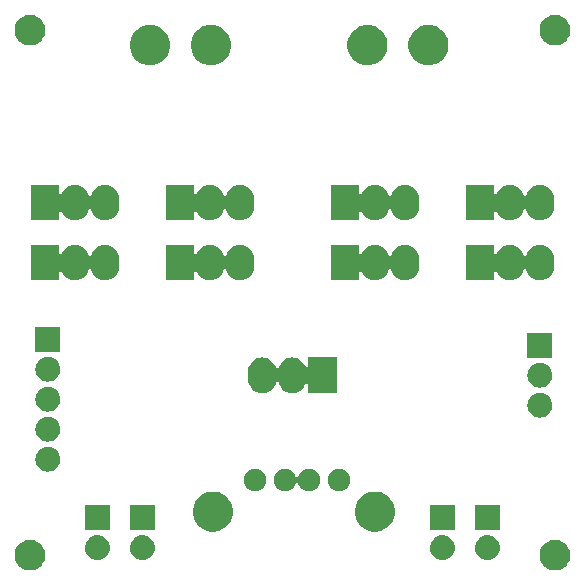
<source format=gbr>
G04 #@! TF.GenerationSoftware,KiCad,Pcbnew,(5.0.1)-4*
G04 #@! TF.CreationDate,2018-11-27T15:03:00-07:00*
G04 #@! TF.ProjectId,robot,726F626F742E6B696361645F70636200,rev?*
G04 #@! TF.SameCoordinates,Original*
G04 #@! TF.FileFunction,Soldermask,Bot*
G04 #@! TF.FilePolarity,Negative*
%FSLAX46Y46*%
G04 Gerber Fmt 4.6, Leading zero omitted, Abs format (unit mm)*
G04 Created by KiCad (PCBNEW (5.0.1)-4) date 11/27/2018 3:03:00 PM*
%MOMM*%
%LPD*%
G01*
G04 APERTURE LIST*
%ADD10C,0.100000*%
G04 APERTURE END LIST*
D10*
G36*
X156589196Y-105429958D02*
X156825780Y-105527954D01*
X157038705Y-105670226D01*
X157219774Y-105851295D01*
X157362046Y-106064220D01*
X157460042Y-106300804D01*
X157510000Y-106551960D01*
X157510000Y-106808040D01*
X157460042Y-107059196D01*
X157362046Y-107295780D01*
X157219774Y-107508705D01*
X157038705Y-107689774D01*
X156825780Y-107832046D01*
X156589196Y-107930042D01*
X156338040Y-107980000D01*
X156081960Y-107980000D01*
X155830804Y-107930042D01*
X155594220Y-107832046D01*
X155381295Y-107689774D01*
X155200226Y-107508705D01*
X155057954Y-107295780D01*
X154959958Y-107059196D01*
X154910000Y-106808040D01*
X154910000Y-106551960D01*
X154959958Y-106300804D01*
X155057954Y-106064220D01*
X155200226Y-105851295D01*
X155381295Y-105670226D01*
X155594220Y-105527954D01*
X155830804Y-105429958D01*
X156081960Y-105380000D01*
X156338040Y-105380000D01*
X156589196Y-105429958D01*
X156589196Y-105429958D01*
G37*
G36*
X112139196Y-105429958D02*
X112375780Y-105527954D01*
X112588705Y-105670226D01*
X112769774Y-105851295D01*
X112912046Y-106064220D01*
X113010042Y-106300804D01*
X113060000Y-106551960D01*
X113060000Y-106808040D01*
X113010042Y-107059196D01*
X112912046Y-107295780D01*
X112769774Y-107508705D01*
X112588705Y-107689774D01*
X112375780Y-107832046D01*
X112139196Y-107930042D01*
X111888040Y-107980000D01*
X111631960Y-107980000D01*
X111380804Y-107930042D01*
X111144220Y-107832046D01*
X110931295Y-107689774D01*
X110750226Y-107508705D01*
X110607954Y-107295780D01*
X110509958Y-107059196D01*
X110460000Y-106808040D01*
X110460000Y-106551960D01*
X110509958Y-106300804D01*
X110607954Y-106064220D01*
X110750226Y-105851295D01*
X110931295Y-105670226D01*
X111144220Y-105527954D01*
X111380804Y-105429958D01*
X111631960Y-105380000D01*
X111888040Y-105380000D01*
X112139196Y-105429958D01*
X112139196Y-105429958D01*
G37*
G36*
X121413707Y-105002596D02*
X121490836Y-105010193D01*
X121622787Y-105050220D01*
X121688763Y-105070233D01*
X121871172Y-105167733D01*
X122031054Y-105298946D01*
X122162267Y-105458828D01*
X122259767Y-105641237D01*
X122279780Y-105707213D01*
X122319807Y-105839164D01*
X122340080Y-106045000D01*
X122319807Y-106250836D01*
X122304649Y-106300804D01*
X122259767Y-106448763D01*
X122162267Y-106631172D01*
X122031054Y-106791054D01*
X121871172Y-106922267D01*
X121688763Y-107019767D01*
X121622787Y-107039780D01*
X121490836Y-107079807D01*
X121413707Y-107087404D01*
X121336580Y-107095000D01*
X121233420Y-107095000D01*
X121156293Y-107087404D01*
X121079164Y-107079807D01*
X120947213Y-107039780D01*
X120881237Y-107019767D01*
X120698828Y-106922267D01*
X120538946Y-106791054D01*
X120407733Y-106631172D01*
X120310233Y-106448763D01*
X120265351Y-106300804D01*
X120250193Y-106250836D01*
X120229920Y-106045000D01*
X120250193Y-105839164D01*
X120290220Y-105707213D01*
X120310233Y-105641237D01*
X120407733Y-105458828D01*
X120538946Y-105298946D01*
X120698828Y-105167733D01*
X120881237Y-105070233D01*
X120947213Y-105050220D01*
X121079164Y-105010193D01*
X121156293Y-105002596D01*
X121233420Y-104995000D01*
X121336580Y-104995000D01*
X121413707Y-105002596D01*
X121413707Y-105002596D01*
G37*
G36*
X117603707Y-105002596D02*
X117680836Y-105010193D01*
X117812787Y-105050220D01*
X117878763Y-105070233D01*
X118061172Y-105167733D01*
X118221054Y-105298946D01*
X118352267Y-105458828D01*
X118449767Y-105641237D01*
X118469780Y-105707213D01*
X118509807Y-105839164D01*
X118530080Y-106045000D01*
X118509807Y-106250836D01*
X118494649Y-106300804D01*
X118449767Y-106448763D01*
X118352267Y-106631172D01*
X118221054Y-106791054D01*
X118061172Y-106922267D01*
X117878763Y-107019767D01*
X117812787Y-107039780D01*
X117680836Y-107079807D01*
X117603707Y-107087404D01*
X117526580Y-107095000D01*
X117423420Y-107095000D01*
X117346293Y-107087404D01*
X117269164Y-107079807D01*
X117137213Y-107039780D01*
X117071237Y-107019767D01*
X116888828Y-106922267D01*
X116728946Y-106791054D01*
X116597733Y-106631172D01*
X116500233Y-106448763D01*
X116455351Y-106300804D01*
X116440193Y-106250836D01*
X116419920Y-106045000D01*
X116440193Y-105839164D01*
X116480220Y-105707213D01*
X116500233Y-105641237D01*
X116597733Y-105458828D01*
X116728946Y-105298946D01*
X116888828Y-105167733D01*
X117071237Y-105070233D01*
X117137213Y-105050220D01*
X117269164Y-105010193D01*
X117346293Y-105002596D01*
X117423420Y-104995000D01*
X117526580Y-104995000D01*
X117603707Y-105002596D01*
X117603707Y-105002596D01*
G37*
G36*
X146813707Y-105002596D02*
X146890836Y-105010193D01*
X147022787Y-105050220D01*
X147088763Y-105070233D01*
X147271172Y-105167733D01*
X147431054Y-105298946D01*
X147562267Y-105458828D01*
X147659767Y-105641237D01*
X147679780Y-105707213D01*
X147719807Y-105839164D01*
X147740080Y-106045000D01*
X147719807Y-106250836D01*
X147704649Y-106300804D01*
X147659767Y-106448763D01*
X147562267Y-106631172D01*
X147431054Y-106791054D01*
X147271172Y-106922267D01*
X147088763Y-107019767D01*
X147022787Y-107039780D01*
X146890836Y-107079807D01*
X146813707Y-107087404D01*
X146736580Y-107095000D01*
X146633420Y-107095000D01*
X146556293Y-107087404D01*
X146479164Y-107079807D01*
X146347213Y-107039780D01*
X146281237Y-107019767D01*
X146098828Y-106922267D01*
X145938946Y-106791054D01*
X145807733Y-106631172D01*
X145710233Y-106448763D01*
X145665351Y-106300804D01*
X145650193Y-106250836D01*
X145629920Y-106045000D01*
X145650193Y-105839164D01*
X145690220Y-105707213D01*
X145710233Y-105641237D01*
X145807733Y-105458828D01*
X145938946Y-105298946D01*
X146098828Y-105167733D01*
X146281237Y-105070233D01*
X146347213Y-105050220D01*
X146479164Y-105010193D01*
X146556293Y-105002596D01*
X146633420Y-104995000D01*
X146736580Y-104995000D01*
X146813707Y-105002596D01*
X146813707Y-105002596D01*
G37*
G36*
X150623707Y-105002596D02*
X150700836Y-105010193D01*
X150832787Y-105050220D01*
X150898763Y-105070233D01*
X151081172Y-105167733D01*
X151241054Y-105298946D01*
X151372267Y-105458828D01*
X151469767Y-105641237D01*
X151489780Y-105707213D01*
X151529807Y-105839164D01*
X151550080Y-106045000D01*
X151529807Y-106250836D01*
X151514649Y-106300804D01*
X151469767Y-106448763D01*
X151372267Y-106631172D01*
X151241054Y-106791054D01*
X151081172Y-106922267D01*
X150898763Y-107019767D01*
X150832787Y-107039780D01*
X150700836Y-107079807D01*
X150623707Y-107087404D01*
X150546580Y-107095000D01*
X150443420Y-107095000D01*
X150366293Y-107087404D01*
X150289164Y-107079807D01*
X150157213Y-107039780D01*
X150091237Y-107019767D01*
X149908828Y-106922267D01*
X149748946Y-106791054D01*
X149617733Y-106631172D01*
X149520233Y-106448763D01*
X149475351Y-106300804D01*
X149460193Y-106250836D01*
X149439920Y-106045000D01*
X149460193Y-105839164D01*
X149500220Y-105707213D01*
X149520233Y-105641237D01*
X149617733Y-105458828D01*
X149748946Y-105298946D01*
X149908828Y-105167733D01*
X150091237Y-105070233D01*
X150157213Y-105050220D01*
X150289164Y-105010193D01*
X150366293Y-105002596D01*
X150443420Y-104995000D01*
X150546580Y-104995000D01*
X150623707Y-105002596D01*
X150623707Y-105002596D01*
G37*
G36*
X127636393Y-101343553D02*
X127745872Y-101365330D01*
X128055252Y-101493479D01*
X128333687Y-101679523D01*
X128570477Y-101916313D01*
X128756521Y-102194748D01*
X128884670Y-102504128D01*
X128950000Y-102832565D01*
X128950000Y-103167435D01*
X128884670Y-103495872D01*
X128756521Y-103805252D01*
X128570477Y-104083687D01*
X128333687Y-104320477D01*
X128055252Y-104506521D01*
X127745872Y-104634670D01*
X127636393Y-104656447D01*
X127417437Y-104700000D01*
X127082563Y-104700000D01*
X126863607Y-104656447D01*
X126754128Y-104634670D01*
X126444748Y-104506521D01*
X126166313Y-104320477D01*
X125929523Y-104083687D01*
X125743479Y-103805252D01*
X125615330Y-103495872D01*
X125550000Y-103167435D01*
X125550000Y-102832565D01*
X125615330Y-102504128D01*
X125743479Y-102194748D01*
X125929523Y-101916313D01*
X126166313Y-101679523D01*
X126444748Y-101493479D01*
X126754128Y-101365330D01*
X126863607Y-101343553D01*
X127082563Y-101300000D01*
X127417437Y-101300000D01*
X127636393Y-101343553D01*
X127636393Y-101343553D01*
G37*
G36*
X141356393Y-101343553D02*
X141465872Y-101365330D01*
X141775252Y-101493479D01*
X142053687Y-101679523D01*
X142290477Y-101916313D01*
X142476521Y-102194748D01*
X142604670Y-102504128D01*
X142670000Y-102832565D01*
X142670000Y-103167435D01*
X142604670Y-103495872D01*
X142476521Y-103805252D01*
X142290477Y-104083687D01*
X142053687Y-104320477D01*
X141775252Y-104506521D01*
X141465872Y-104634670D01*
X141356393Y-104656447D01*
X141137437Y-104700000D01*
X140802563Y-104700000D01*
X140583607Y-104656447D01*
X140474128Y-104634670D01*
X140164748Y-104506521D01*
X139886313Y-104320477D01*
X139649523Y-104083687D01*
X139463479Y-103805252D01*
X139335330Y-103495872D01*
X139270000Y-103167435D01*
X139270000Y-102832565D01*
X139335330Y-102504128D01*
X139463479Y-102194748D01*
X139649523Y-101916313D01*
X139886313Y-101679523D01*
X140164748Y-101493479D01*
X140474128Y-101365330D01*
X140583607Y-101343553D01*
X140802563Y-101300000D01*
X141137437Y-101300000D01*
X141356393Y-101343553D01*
X141356393Y-101343553D01*
G37*
G36*
X122335000Y-104555000D02*
X120235000Y-104555000D01*
X120235000Y-102455000D01*
X122335000Y-102455000D01*
X122335000Y-104555000D01*
X122335000Y-104555000D01*
G37*
G36*
X118525000Y-104555000D02*
X116425000Y-104555000D01*
X116425000Y-102455000D01*
X118525000Y-102455000D01*
X118525000Y-104555000D01*
X118525000Y-104555000D01*
G37*
G36*
X151545000Y-104555000D02*
X149445000Y-104555000D01*
X149445000Y-102455000D01*
X151545000Y-102455000D01*
X151545000Y-104555000D01*
X151545000Y-104555000D01*
G37*
G36*
X147735000Y-104555000D02*
X145635000Y-104555000D01*
X145635000Y-102455000D01*
X147735000Y-102455000D01*
X147735000Y-104555000D01*
X147735000Y-104555000D01*
G37*
G36*
X130949451Y-99389127D02*
X131087105Y-99416508D01*
X131259994Y-99488121D01*
X131415590Y-99592087D01*
X131547913Y-99724410D01*
X131651879Y-99880006D01*
X131723492Y-100052895D01*
X131760000Y-100236433D01*
X131760000Y-100423567D01*
X131723492Y-100607105D01*
X131651879Y-100779994D01*
X131547913Y-100935590D01*
X131415590Y-101067913D01*
X131259994Y-101171879D01*
X131087105Y-101243492D01*
X130949451Y-101270873D01*
X130903568Y-101280000D01*
X130716432Y-101280000D01*
X130670549Y-101270873D01*
X130532895Y-101243492D01*
X130360006Y-101171879D01*
X130204410Y-101067913D01*
X130072087Y-100935590D01*
X129968121Y-100779994D01*
X129896508Y-100607105D01*
X129860000Y-100423567D01*
X129860000Y-100236433D01*
X129896508Y-100052895D01*
X129968121Y-99880006D01*
X130072087Y-99724410D01*
X130204410Y-99592087D01*
X130360006Y-99488121D01*
X130532895Y-99416508D01*
X130670549Y-99389127D01*
X130716432Y-99380000D01*
X130903568Y-99380000D01*
X130949451Y-99389127D01*
X130949451Y-99389127D01*
G37*
G36*
X133489451Y-99389127D02*
X133627105Y-99416508D01*
X133799994Y-99488121D01*
X133955590Y-99592087D01*
X134087913Y-99724410D01*
X134191879Y-99880006D01*
X134249518Y-100019158D01*
X134261067Y-100040764D01*
X134276612Y-100059706D01*
X134295554Y-100075251D01*
X134317165Y-100086802D01*
X134340614Y-100093915D01*
X134365000Y-100096317D01*
X134389387Y-100093915D01*
X134412836Y-100086802D01*
X134434447Y-100075250D01*
X134453389Y-100059705D01*
X134468934Y-100040763D01*
X134480482Y-100019158D01*
X134538121Y-99880006D01*
X134642087Y-99724410D01*
X134774410Y-99592087D01*
X134930006Y-99488121D01*
X135102895Y-99416508D01*
X135240549Y-99389127D01*
X135286432Y-99380000D01*
X135473568Y-99380000D01*
X135519451Y-99389127D01*
X135657105Y-99416508D01*
X135829994Y-99488121D01*
X135985590Y-99592087D01*
X136117913Y-99724410D01*
X136221879Y-99880006D01*
X136293492Y-100052895D01*
X136330000Y-100236433D01*
X136330000Y-100423567D01*
X136293492Y-100607105D01*
X136221879Y-100779994D01*
X136117913Y-100935590D01*
X135985590Y-101067913D01*
X135829994Y-101171879D01*
X135657105Y-101243492D01*
X135519451Y-101270873D01*
X135473568Y-101280000D01*
X135286432Y-101280000D01*
X135240549Y-101270873D01*
X135102895Y-101243492D01*
X134930006Y-101171879D01*
X134774410Y-101067913D01*
X134642087Y-100935590D01*
X134538121Y-100779994D01*
X134480482Y-100640842D01*
X134468933Y-100619236D01*
X134453388Y-100600294D01*
X134434446Y-100584749D01*
X134412835Y-100573198D01*
X134389386Y-100566085D01*
X134365000Y-100563683D01*
X134340613Y-100566085D01*
X134317164Y-100573198D01*
X134295553Y-100584750D01*
X134276611Y-100600295D01*
X134261066Y-100619237D01*
X134249518Y-100640842D01*
X134191879Y-100779994D01*
X134087913Y-100935590D01*
X133955590Y-101067913D01*
X133799994Y-101171879D01*
X133627105Y-101243492D01*
X133489451Y-101270873D01*
X133443568Y-101280000D01*
X133256432Y-101280000D01*
X133210549Y-101270873D01*
X133072895Y-101243492D01*
X132900006Y-101171879D01*
X132744410Y-101067913D01*
X132612087Y-100935590D01*
X132508121Y-100779994D01*
X132436508Y-100607105D01*
X132400000Y-100423567D01*
X132400000Y-100236433D01*
X132436508Y-100052895D01*
X132508121Y-99880006D01*
X132612087Y-99724410D01*
X132744410Y-99592087D01*
X132900006Y-99488121D01*
X133072895Y-99416508D01*
X133210549Y-99389127D01*
X133256432Y-99380000D01*
X133443568Y-99380000D01*
X133489451Y-99389127D01*
X133489451Y-99389127D01*
G37*
G36*
X138059451Y-99389127D02*
X138197105Y-99416508D01*
X138369994Y-99488121D01*
X138525590Y-99592087D01*
X138657913Y-99724410D01*
X138761879Y-99880006D01*
X138833492Y-100052895D01*
X138870000Y-100236433D01*
X138870000Y-100423567D01*
X138833492Y-100607105D01*
X138761879Y-100779994D01*
X138657913Y-100935590D01*
X138525590Y-101067913D01*
X138369994Y-101171879D01*
X138197105Y-101243492D01*
X138059451Y-101270873D01*
X138013568Y-101280000D01*
X137826432Y-101280000D01*
X137780549Y-101270873D01*
X137642895Y-101243492D01*
X137470006Y-101171879D01*
X137314410Y-101067913D01*
X137182087Y-100935590D01*
X137078121Y-100779994D01*
X137006508Y-100607105D01*
X136970000Y-100423567D01*
X136970000Y-100236433D01*
X137006508Y-100052895D01*
X137078121Y-99880006D01*
X137182087Y-99724410D01*
X137314410Y-99592087D01*
X137470006Y-99488121D01*
X137642895Y-99416508D01*
X137780549Y-99389127D01*
X137826432Y-99380000D01*
X138013568Y-99380000D01*
X138059451Y-99389127D01*
X138059451Y-99389127D01*
G37*
G36*
X113412707Y-97509596D02*
X113489836Y-97517193D01*
X113621787Y-97557220D01*
X113687763Y-97577233D01*
X113870172Y-97674733D01*
X114030054Y-97805946D01*
X114161267Y-97965828D01*
X114258767Y-98148237D01*
X114258767Y-98148238D01*
X114318807Y-98346164D01*
X114339080Y-98552000D01*
X114318807Y-98757836D01*
X114278780Y-98889787D01*
X114258767Y-98955763D01*
X114161267Y-99138172D01*
X114030054Y-99298054D01*
X113870172Y-99429267D01*
X113687763Y-99526767D01*
X113621787Y-99546780D01*
X113489836Y-99586807D01*
X113412707Y-99594403D01*
X113335580Y-99602000D01*
X113232420Y-99602000D01*
X113155293Y-99594403D01*
X113078164Y-99586807D01*
X112946213Y-99546780D01*
X112880237Y-99526767D01*
X112697828Y-99429267D01*
X112537946Y-99298054D01*
X112406733Y-99138172D01*
X112309233Y-98955763D01*
X112289220Y-98889787D01*
X112249193Y-98757836D01*
X112228920Y-98552000D01*
X112249193Y-98346164D01*
X112309233Y-98148238D01*
X112309233Y-98148237D01*
X112406733Y-97965828D01*
X112537946Y-97805946D01*
X112697828Y-97674733D01*
X112880237Y-97577233D01*
X112946213Y-97557220D01*
X113078164Y-97517193D01*
X113155293Y-97509596D01*
X113232420Y-97502000D01*
X113335580Y-97502000D01*
X113412707Y-97509596D01*
X113412707Y-97509596D01*
G37*
G36*
X113412707Y-94969596D02*
X113489836Y-94977193D01*
X113613833Y-95014807D01*
X113687763Y-95037233D01*
X113870172Y-95134733D01*
X114030054Y-95265946D01*
X114161267Y-95425828D01*
X114258767Y-95608237D01*
X114258767Y-95608238D01*
X114318807Y-95806164D01*
X114339080Y-96012000D01*
X114318807Y-96217836D01*
X114278780Y-96349787D01*
X114258767Y-96415763D01*
X114161267Y-96598172D01*
X114030054Y-96758054D01*
X113870172Y-96889267D01*
X113687763Y-96986767D01*
X113621787Y-97006780D01*
X113489836Y-97046807D01*
X113412707Y-97054403D01*
X113335580Y-97062000D01*
X113232420Y-97062000D01*
X113155293Y-97054403D01*
X113078164Y-97046807D01*
X112946213Y-97006780D01*
X112880237Y-96986767D01*
X112697828Y-96889267D01*
X112537946Y-96758054D01*
X112406733Y-96598172D01*
X112309233Y-96415763D01*
X112289220Y-96349787D01*
X112249193Y-96217836D01*
X112228920Y-96012000D01*
X112249193Y-95806164D01*
X112309233Y-95608238D01*
X112309233Y-95608237D01*
X112406733Y-95425828D01*
X112537946Y-95265946D01*
X112697828Y-95134733D01*
X112880237Y-95037233D01*
X112954167Y-95014807D01*
X113078164Y-94977193D01*
X113155293Y-94969596D01*
X113232420Y-94962000D01*
X113335580Y-94962000D01*
X113412707Y-94969596D01*
X113412707Y-94969596D01*
G37*
G36*
X155068707Y-92937596D02*
X155145836Y-92945193D01*
X155277787Y-92985220D01*
X155343763Y-93005233D01*
X155526172Y-93102733D01*
X155686054Y-93233946D01*
X155817267Y-93393828D01*
X155914767Y-93576237D01*
X155914767Y-93576238D01*
X155974807Y-93774164D01*
X155995080Y-93980000D01*
X155974807Y-94185836D01*
X155934780Y-94317787D01*
X155914767Y-94383763D01*
X155817267Y-94566172D01*
X155686054Y-94726054D01*
X155526172Y-94857267D01*
X155343763Y-94954767D01*
X155277787Y-94974780D01*
X155145836Y-95014807D01*
X155068707Y-95022403D01*
X154991580Y-95030000D01*
X154888420Y-95030000D01*
X154811293Y-95022403D01*
X154734164Y-95014807D01*
X154602213Y-94974780D01*
X154536237Y-94954767D01*
X154353828Y-94857267D01*
X154193946Y-94726054D01*
X154062733Y-94566172D01*
X153965233Y-94383763D01*
X153945220Y-94317787D01*
X153905193Y-94185836D01*
X153884920Y-93980000D01*
X153905193Y-93774164D01*
X153965233Y-93576238D01*
X153965233Y-93576237D01*
X154062733Y-93393828D01*
X154193946Y-93233946D01*
X154353828Y-93102733D01*
X154536237Y-93005233D01*
X154602213Y-92985220D01*
X154734164Y-92945193D01*
X154811293Y-92937596D01*
X154888420Y-92930000D01*
X154991580Y-92930000D01*
X155068707Y-92937596D01*
X155068707Y-92937596D01*
G37*
G36*
X113412707Y-92429597D02*
X113489836Y-92437193D01*
X113613833Y-92474807D01*
X113687763Y-92497233D01*
X113870172Y-92594733D01*
X114030054Y-92725946D01*
X114161267Y-92885828D01*
X114258767Y-93068237D01*
X114258767Y-93068238D01*
X114318807Y-93266164D01*
X114339080Y-93472000D01*
X114318807Y-93677836D01*
X114289586Y-93774164D01*
X114258767Y-93875763D01*
X114161267Y-94058172D01*
X114030054Y-94218054D01*
X113870172Y-94349267D01*
X113687763Y-94446767D01*
X113621787Y-94466780D01*
X113489836Y-94506807D01*
X113412707Y-94514403D01*
X113335580Y-94522000D01*
X113232420Y-94522000D01*
X113155293Y-94514403D01*
X113078164Y-94506807D01*
X112946213Y-94466780D01*
X112880237Y-94446767D01*
X112697828Y-94349267D01*
X112537946Y-94218054D01*
X112406733Y-94058172D01*
X112309233Y-93875763D01*
X112278414Y-93774164D01*
X112249193Y-93677836D01*
X112228920Y-93472000D01*
X112249193Y-93266164D01*
X112309233Y-93068238D01*
X112309233Y-93068237D01*
X112406733Y-92885828D01*
X112537946Y-92725946D01*
X112697828Y-92594733D01*
X112880237Y-92497233D01*
X112954167Y-92474807D01*
X113078164Y-92437193D01*
X113155293Y-92429597D01*
X113232420Y-92422000D01*
X113335580Y-92422000D01*
X113412707Y-92429597D01*
X113412707Y-92429597D01*
G37*
G36*
X134220241Y-89957363D02*
X134446442Y-90025981D01*
X134446444Y-90025982D01*
X134446447Y-90025983D01*
X134654910Y-90137408D01*
X134837634Y-90287366D01*
X134987592Y-90470090D01*
X135089760Y-90661234D01*
X135103374Y-90681609D01*
X135120701Y-90698936D01*
X135141075Y-90712550D01*
X135163714Y-90721927D01*
X135187748Y-90726708D01*
X135212252Y-90726708D01*
X135236285Y-90721928D01*
X135258924Y-90712550D01*
X135279299Y-90698936D01*
X135296626Y-90681609D01*
X135310240Y-90661235D01*
X135319617Y-90638596D01*
X135324398Y-90614562D01*
X135325000Y-90602310D01*
X135325000Y-89940000D01*
X137725000Y-89940000D01*
X137725000Y-92940000D01*
X135325000Y-92940000D01*
X135325000Y-92277690D01*
X135322598Y-92253304D01*
X135315485Y-92229855D01*
X135303934Y-92208244D01*
X135288388Y-92189302D01*
X135269446Y-92173756D01*
X135247835Y-92162205D01*
X135224386Y-92155092D01*
X135200000Y-92152690D01*
X135175614Y-92155092D01*
X135152165Y-92162205D01*
X135130554Y-92173756D01*
X135111612Y-92189302D01*
X135096066Y-92208244D01*
X135089760Y-92218766D01*
X134987592Y-92409910D01*
X134837637Y-92592631D01*
X134837635Y-92592632D01*
X134837634Y-92592634D01*
X134837630Y-92592637D01*
X134654905Y-92742594D01*
X134446446Y-92854017D01*
X134446443Y-92854018D01*
X134446441Y-92854019D01*
X134220240Y-92922637D01*
X133985000Y-92945806D01*
X133749759Y-92922637D01*
X133523558Y-92854019D01*
X133523556Y-92854018D01*
X133523553Y-92854017D01*
X133315090Y-92742592D01*
X133132369Y-92592637D01*
X133132368Y-92592635D01*
X133132366Y-92592634D01*
X132982409Y-92409909D01*
X132982408Y-92409908D01*
X132982406Y-92409905D01*
X132870980Y-92201441D01*
X132834617Y-92081568D01*
X132825240Y-92058929D01*
X132811626Y-92038555D01*
X132794299Y-92021228D01*
X132773924Y-92007614D01*
X132751285Y-91998236D01*
X132727252Y-91993456D01*
X132702748Y-91993456D01*
X132678714Y-91998237D01*
X132656075Y-92007614D01*
X132635701Y-92021228D01*
X132618374Y-92038555D01*
X132604760Y-92058930D01*
X132595384Y-92081565D01*
X132595383Y-92081568D01*
X132595382Y-92081569D01*
X132559018Y-92201446D01*
X132447592Y-92409910D01*
X132297637Y-92592631D01*
X132297635Y-92592632D01*
X132297634Y-92592634D01*
X132297630Y-92592637D01*
X132114905Y-92742594D01*
X131906446Y-92854017D01*
X131906443Y-92854018D01*
X131906441Y-92854019D01*
X131680240Y-92922637D01*
X131445000Y-92945806D01*
X131209759Y-92922637D01*
X130983558Y-92854019D01*
X130983556Y-92854018D01*
X130983553Y-92854017D01*
X130775090Y-92742592D01*
X130592369Y-92592637D01*
X130592368Y-92592635D01*
X130592366Y-92592634D01*
X130442409Y-92409909D01*
X130442408Y-92409908D01*
X130442406Y-92409905D01*
X130330983Y-92201446D01*
X130327299Y-92189302D01*
X130262363Y-91975240D01*
X130245000Y-91798949D01*
X130245000Y-91081050D01*
X130262363Y-90904759D01*
X130330981Y-90678558D01*
X130330983Y-90678554D01*
X130330983Y-90678553D01*
X130442408Y-90470090D01*
X130592367Y-90287366D01*
X130775091Y-90137408D01*
X130983554Y-90025983D01*
X130983557Y-90025982D01*
X130983559Y-90025981D01*
X131209760Y-89957363D01*
X131445000Y-89934194D01*
X131680241Y-89957363D01*
X131906442Y-90025981D01*
X131906444Y-90025982D01*
X131906447Y-90025983D01*
X132114910Y-90137408D01*
X132297634Y-90287366D01*
X132447592Y-90470090D01*
X132559018Y-90678554D01*
X132595382Y-90798431D01*
X132604760Y-90821071D01*
X132618374Y-90841445D01*
X132635701Y-90858772D01*
X132656075Y-90872386D01*
X132678714Y-90881764D01*
X132702748Y-90886544D01*
X132727252Y-90886544D01*
X132751285Y-90881764D01*
X132773925Y-90872386D01*
X132794299Y-90858772D01*
X132811626Y-90841445D01*
X132825240Y-90821071D01*
X132834618Y-90798431D01*
X132870982Y-90678554D01*
X132982408Y-90470090D01*
X133132367Y-90287366D01*
X133315091Y-90137408D01*
X133523554Y-90025983D01*
X133523557Y-90025982D01*
X133523559Y-90025981D01*
X133749760Y-89957363D01*
X133985000Y-89934194D01*
X134220241Y-89957363D01*
X134220241Y-89957363D01*
G37*
G36*
X155068707Y-90397597D02*
X155145836Y-90405193D01*
X155277787Y-90445220D01*
X155343763Y-90465233D01*
X155526172Y-90562733D01*
X155686054Y-90693946D01*
X155817267Y-90853828D01*
X155914767Y-91036237D01*
X155914767Y-91036238D01*
X155974807Y-91234164D01*
X155995080Y-91440000D01*
X155974807Y-91645836D01*
X155934780Y-91777787D01*
X155914767Y-91843763D01*
X155817267Y-92026172D01*
X155686054Y-92186054D01*
X155526172Y-92317267D01*
X155343763Y-92414767D01*
X155277787Y-92434780D01*
X155145836Y-92474807D01*
X155068707Y-92482403D01*
X154991580Y-92490000D01*
X154888420Y-92490000D01*
X154811293Y-92482404D01*
X154734164Y-92474807D01*
X154602213Y-92434780D01*
X154536237Y-92414767D01*
X154353828Y-92317267D01*
X154193946Y-92186054D01*
X154062733Y-92026172D01*
X153965233Y-91843763D01*
X153945220Y-91777787D01*
X153905193Y-91645836D01*
X153884920Y-91440000D01*
X153905193Y-91234164D01*
X153965233Y-91036238D01*
X153965233Y-91036237D01*
X154062733Y-90853828D01*
X154193946Y-90693946D01*
X154353828Y-90562733D01*
X154536237Y-90465233D01*
X154602213Y-90445220D01*
X154734164Y-90405193D01*
X154811293Y-90397597D01*
X154888420Y-90390000D01*
X154991580Y-90390000D01*
X155068707Y-90397597D01*
X155068707Y-90397597D01*
G37*
G36*
X113412707Y-89889596D02*
X113489836Y-89897193D01*
X113611812Y-89934194D01*
X113687763Y-89957233D01*
X113870172Y-90054733D01*
X114030054Y-90185946D01*
X114161267Y-90345828D01*
X114258767Y-90528237D01*
X114258767Y-90528238D01*
X114318807Y-90726164D01*
X114339080Y-90932000D01*
X114318807Y-91137836D01*
X114289586Y-91234164D01*
X114258767Y-91335763D01*
X114161267Y-91518172D01*
X114030054Y-91678054D01*
X113870172Y-91809267D01*
X113687763Y-91906767D01*
X113621787Y-91926780D01*
X113489836Y-91966807D01*
X113412707Y-91974403D01*
X113335580Y-91982000D01*
X113232420Y-91982000D01*
X113155293Y-91974403D01*
X113078164Y-91966807D01*
X112946213Y-91926780D01*
X112880237Y-91906767D01*
X112697828Y-91809267D01*
X112537946Y-91678054D01*
X112406733Y-91518172D01*
X112309233Y-91335763D01*
X112278414Y-91234164D01*
X112249193Y-91137836D01*
X112228920Y-90932000D01*
X112249193Y-90726164D01*
X112309233Y-90528238D01*
X112309233Y-90528237D01*
X112406733Y-90345828D01*
X112537946Y-90185946D01*
X112697828Y-90054733D01*
X112880237Y-89957233D01*
X112956188Y-89934194D01*
X113078164Y-89897193D01*
X113155293Y-89889596D01*
X113232420Y-89882000D01*
X113335580Y-89882000D01*
X113412707Y-89889596D01*
X113412707Y-89889596D01*
G37*
G36*
X155990000Y-89950000D02*
X153890000Y-89950000D01*
X153890000Y-87850000D01*
X155990000Y-87850000D01*
X155990000Y-89950000D01*
X155990000Y-89950000D01*
G37*
G36*
X114334000Y-89442000D02*
X112234000Y-89442000D01*
X112234000Y-87342000D01*
X114334000Y-87342000D01*
X114334000Y-89442000D01*
X114334000Y-89442000D01*
G37*
G36*
X129775240Y-80432363D02*
X130001441Y-80500981D01*
X130001443Y-80500982D01*
X130001446Y-80500983D01*
X130209905Y-80612406D01*
X130209908Y-80612408D01*
X130209909Y-80612409D01*
X130392634Y-80762366D01*
X130392635Y-80762368D01*
X130392637Y-80762369D01*
X130542592Y-80945090D01*
X130654017Y-81153553D01*
X130654017Y-81153554D01*
X130654019Y-81153558D01*
X130722637Y-81379759D01*
X130740000Y-81556050D01*
X130740000Y-82273949D01*
X130722637Y-82450240D01*
X130697250Y-82533929D01*
X130654018Y-82676446D01*
X130542592Y-82884910D01*
X130392634Y-83067634D01*
X130209910Y-83217592D01*
X130001447Y-83329017D01*
X130001444Y-83329018D01*
X130001442Y-83329019D01*
X129775241Y-83397637D01*
X129540000Y-83420806D01*
X129304760Y-83397637D01*
X129078559Y-83329019D01*
X129078557Y-83329018D01*
X129078554Y-83329017D01*
X128870091Y-83217592D01*
X128687367Y-83067634D01*
X128537408Y-82884910D01*
X128425982Y-82676446D01*
X128389618Y-82556569D01*
X128380240Y-82533929D01*
X128366626Y-82513555D01*
X128349299Y-82496228D01*
X128328925Y-82482614D01*
X128306286Y-82473236D01*
X128282252Y-82468456D01*
X128257748Y-82468456D01*
X128233715Y-82473236D01*
X128211075Y-82482614D01*
X128190701Y-82496228D01*
X128173374Y-82513555D01*
X128159760Y-82533929D01*
X128150382Y-82556569D01*
X128114018Y-82676446D01*
X128002592Y-82884910D01*
X127852634Y-83067634D01*
X127669910Y-83217592D01*
X127461447Y-83329017D01*
X127461444Y-83329018D01*
X127461442Y-83329019D01*
X127235241Y-83397637D01*
X127000000Y-83420806D01*
X126764760Y-83397637D01*
X126538559Y-83329019D01*
X126538557Y-83329018D01*
X126538554Y-83329017D01*
X126330091Y-83217592D01*
X126147367Y-83067634D01*
X125997408Y-82884910D01*
X125895240Y-82693766D01*
X125881626Y-82673391D01*
X125864299Y-82656064D01*
X125843925Y-82642450D01*
X125821286Y-82633073D01*
X125797252Y-82628292D01*
X125772748Y-82628292D01*
X125748715Y-82633072D01*
X125726076Y-82642450D01*
X125705701Y-82656064D01*
X125688374Y-82673391D01*
X125674760Y-82693765D01*
X125665383Y-82716404D01*
X125660602Y-82740438D01*
X125660000Y-82752690D01*
X125660000Y-83415000D01*
X123260000Y-83415000D01*
X123260000Y-80415000D01*
X125660000Y-80415000D01*
X125660000Y-81077311D01*
X125662402Y-81101697D01*
X125669515Y-81125146D01*
X125681066Y-81146757D01*
X125696612Y-81165699D01*
X125715554Y-81181245D01*
X125737165Y-81192796D01*
X125760614Y-81199909D01*
X125785000Y-81202311D01*
X125809386Y-81199909D01*
X125832835Y-81192796D01*
X125854446Y-81181245D01*
X125873388Y-81165699D01*
X125888934Y-81146757D01*
X125895240Y-81136235D01*
X125997406Y-80945095D01*
X126147364Y-80762369D01*
X126147366Y-80762366D01*
X126147368Y-80762365D01*
X126147369Y-80762363D01*
X126330090Y-80612408D01*
X126538553Y-80500983D01*
X126538556Y-80500982D01*
X126538558Y-80500981D01*
X126764759Y-80432363D01*
X127000000Y-80409194D01*
X127235240Y-80432363D01*
X127461441Y-80500981D01*
X127461443Y-80500982D01*
X127461446Y-80500983D01*
X127669905Y-80612406D01*
X127669908Y-80612408D01*
X127669909Y-80612409D01*
X127852634Y-80762366D01*
X127852635Y-80762368D01*
X127852637Y-80762369D01*
X128002592Y-80945090D01*
X128114018Y-81153554D01*
X128117702Y-81165699D01*
X128150384Y-81273435D01*
X128159760Y-81296071D01*
X128173374Y-81316445D01*
X128190701Y-81333772D01*
X128211075Y-81347386D01*
X128233714Y-81356764D01*
X128257748Y-81361544D01*
X128282252Y-81361544D01*
X128306285Y-81356764D01*
X128328925Y-81347386D01*
X128349299Y-81333772D01*
X128366626Y-81316445D01*
X128380240Y-81296071D01*
X128389617Y-81273432D01*
X128425980Y-81153559D01*
X128537406Y-80945095D01*
X128687364Y-80762369D01*
X128687366Y-80762366D01*
X128687368Y-80762365D01*
X128687369Y-80762363D01*
X128870090Y-80612408D01*
X129078553Y-80500983D01*
X129078556Y-80500982D01*
X129078558Y-80500981D01*
X129304759Y-80432363D01*
X129540000Y-80409194D01*
X129775240Y-80432363D01*
X129775240Y-80432363D01*
G37*
G36*
X118345240Y-80432363D02*
X118571441Y-80500981D01*
X118571443Y-80500982D01*
X118571446Y-80500983D01*
X118779905Y-80612406D01*
X118779908Y-80612408D01*
X118779909Y-80612409D01*
X118962634Y-80762366D01*
X118962635Y-80762368D01*
X118962637Y-80762369D01*
X119112592Y-80945090D01*
X119224017Y-81153553D01*
X119224017Y-81153554D01*
X119224019Y-81153558D01*
X119292637Y-81379759D01*
X119310000Y-81556050D01*
X119310000Y-82273949D01*
X119292637Y-82450240D01*
X119267250Y-82533929D01*
X119224018Y-82676446D01*
X119112592Y-82884910D01*
X118962634Y-83067634D01*
X118779910Y-83217592D01*
X118571447Y-83329017D01*
X118571444Y-83329018D01*
X118571442Y-83329019D01*
X118345241Y-83397637D01*
X118110000Y-83420806D01*
X117874760Y-83397637D01*
X117648559Y-83329019D01*
X117648557Y-83329018D01*
X117648554Y-83329017D01*
X117440091Y-83217592D01*
X117257367Y-83067634D01*
X117107408Y-82884910D01*
X116995982Y-82676446D01*
X116959618Y-82556569D01*
X116950240Y-82533929D01*
X116936626Y-82513555D01*
X116919299Y-82496228D01*
X116898925Y-82482614D01*
X116876286Y-82473236D01*
X116852252Y-82468456D01*
X116827748Y-82468456D01*
X116803715Y-82473236D01*
X116781075Y-82482614D01*
X116760701Y-82496228D01*
X116743374Y-82513555D01*
X116729760Y-82533929D01*
X116720382Y-82556569D01*
X116684018Y-82676446D01*
X116572592Y-82884910D01*
X116422634Y-83067634D01*
X116239910Y-83217592D01*
X116031447Y-83329017D01*
X116031444Y-83329018D01*
X116031442Y-83329019D01*
X115805241Y-83397637D01*
X115570000Y-83420806D01*
X115334760Y-83397637D01*
X115108559Y-83329019D01*
X115108557Y-83329018D01*
X115108554Y-83329017D01*
X114900091Y-83217592D01*
X114717367Y-83067634D01*
X114567408Y-82884910D01*
X114465240Y-82693766D01*
X114451626Y-82673391D01*
X114434299Y-82656064D01*
X114413925Y-82642450D01*
X114391286Y-82633073D01*
X114367252Y-82628292D01*
X114342748Y-82628292D01*
X114318715Y-82633072D01*
X114296076Y-82642450D01*
X114275701Y-82656064D01*
X114258374Y-82673391D01*
X114244760Y-82693765D01*
X114235383Y-82716404D01*
X114230602Y-82740438D01*
X114230000Y-82752690D01*
X114230000Y-83415000D01*
X111830000Y-83415000D01*
X111830000Y-80415000D01*
X114230000Y-80415000D01*
X114230000Y-81077311D01*
X114232402Y-81101697D01*
X114239515Y-81125146D01*
X114251066Y-81146757D01*
X114266612Y-81165699D01*
X114285554Y-81181245D01*
X114307165Y-81192796D01*
X114330614Y-81199909D01*
X114355000Y-81202311D01*
X114379386Y-81199909D01*
X114402835Y-81192796D01*
X114424446Y-81181245D01*
X114443388Y-81165699D01*
X114458934Y-81146757D01*
X114465240Y-81136235D01*
X114567406Y-80945095D01*
X114717364Y-80762369D01*
X114717366Y-80762366D01*
X114717368Y-80762365D01*
X114717369Y-80762363D01*
X114900090Y-80612408D01*
X115108553Y-80500983D01*
X115108556Y-80500982D01*
X115108558Y-80500981D01*
X115334759Y-80432363D01*
X115570000Y-80409194D01*
X115805240Y-80432363D01*
X116031441Y-80500981D01*
X116031443Y-80500982D01*
X116031446Y-80500983D01*
X116239905Y-80612406D01*
X116239908Y-80612408D01*
X116239909Y-80612409D01*
X116422634Y-80762366D01*
X116422635Y-80762368D01*
X116422637Y-80762369D01*
X116572592Y-80945090D01*
X116684018Y-81153554D01*
X116687702Y-81165699D01*
X116720384Y-81273435D01*
X116729760Y-81296071D01*
X116743374Y-81316445D01*
X116760701Y-81333772D01*
X116781075Y-81347386D01*
X116803714Y-81356764D01*
X116827748Y-81361544D01*
X116852252Y-81361544D01*
X116876285Y-81356764D01*
X116898925Y-81347386D01*
X116919299Y-81333772D01*
X116936626Y-81316445D01*
X116950240Y-81296071D01*
X116959617Y-81273432D01*
X116995980Y-81153559D01*
X117107406Y-80945095D01*
X117257364Y-80762369D01*
X117257366Y-80762366D01*
X117257368Y-80762365D01*
X117257369Y-80762363D01*
X117440090Y-80612408D01*
X117648553Y-80500983D01*
X117648556Y-80500982D01*
X117648558Y-80500981D01*
X117874759Y-80432363D01*
X118110000Y-80409194D01*
X118345240Y-80432363D01*
X118345240Y-80432363D01*
G37*
G36*
X155175240Y-80432363D02*
X155401441Y-80500981D01*
X155401443Y-80500982D01*
X155401446Y-80500983D01*
X155609905Y-80612406D01*
X155609908Y-80612408D01*
X155609909Y-80612409D01*
X155792634Y-80762366D01*
X155792635Y-80762368D01*
X155792637Y-80762369D01*
X155942592Y-80945090D01*
X156054017Y-81153553D01*
X156054017Y-81153554D01*
X156054019Y-81153558D01*
X156122637Y-81379759D01*
X156140000Y-81556050D01*
X156140000Y-82273949D01*
X156122637Y-82450240D01*
X156097250Y-82533929D01*
X156054018Y-82676446D01*
X155942592Y-82884910D01*
X155792634Y-83067634D01*
X155609910Y-83217592D01*
X155401447Y-83329017D01*
X155401444Y-83329018D01*
X155401442Y-83329019D01*
X155175241Y-83397637D01*
X154940000Y-83420806D01*
X154704760Y-83397637D01*
X154478559Y-83329019D01*
X154478557Y-83329018D01*
X154478554Y-83329017D01*
X154270091Y-83217592D01*
X154087367Y-83067634D01*
X153937408Y-82884910D01*
X153825982Y-82676446D01*
X153789618Y-82556569D01*
X153780240Y-82533929D01*
X153766626Y-82513555D01*
X153749299Y-82496228D01*
X153728925Y-82482614D01*
X153706286Y-82473236D01*
X153682252Y-82468456D01*
X153657748Y-82468456D01*
X153633715Y-82473236D01*
X153611075Y-82482614D01*
X153590701Y-82496228D01*
X153573374Y-82513555D01*
X153559760Y-82533929D01*
X153550382Y-82556569D01*
X153514018Y-82676446D01*
X153402592Y-82884910D01*
X153252634Y-83067634D01*
X153069910Y-83217592D01*
X152861447Y-83329017D01*
X152861444Y-83329018D01*
X152861442Y-83329019D01*
X152635241Y-83397637D01*
X152400000Y-83420806D01*
X152164760Y-83397637D01*
X151938559Y-83329019D01*
X151938557Y-83329018D01*
X151938554Y-83329017D01*
X151730091Y-83217592D01*
X151547367Y-83067634D01*
X151397408Y-82884910D01*
X151295240Y-82693766D01*
X151281626Y-82673391D01*
X151264299Y-82656064D01*
X151243925Y-82642450D01*
X151221286Y-82633073D01*
X151197252Y-82628292D01*
X151172748Y-82628292D01*
X151148715Y-82633072D01*
X151126076Y-82642450D01*
X151105701Y-82656064D01*
X151088374Y-82673391D01*
X151074760Y-82693765D01*
X151065383Y-82716404D01*
X151060602Y-82740438D01*
X151060000Y-82752690D01*
X151060000Y-83415000D01*
X148660000Y-83415000D01*
X148660000Y-80415000D01*
X151060000Y-80415000D01*
X151060000Y-81077311D01*
X151062402Y-81101697D01*
X151069515Y-81125146D01*
X151081066Y-81146757D01*
X151096612Y-81165699D01*
X151115554Y-81181245D01*
X151137165Y-81192796D01*
X151160614Y-81199909D01*
X151185000Y-81202311D01*
X151209386Y-81199909D01*
X151232835Y-81192796D01*
X151254446Y-81181245D01*
X151273388Y-81165699D01*
X151288934Y-81146757D01*
X151295240Y-81136235D01*
X151397406Y-80945095D01*
X151547364Y-80762369D01*
X151547366Y-80762366D01*
X151547368Y-80762365D01*
X151547369Y-80762363D01*
X151730090Y-80612408D01*
X151938553Y-80500983D01*
X151938556Y-80500982D01*
X151938558Y-80500981D01*
X152164759Y-80432363D01*
X152400000Y-80409194D01*
X152635240Y-80432363D01*
X152861441Y-80500981D01*
X152861443Y-80500982D01*
X152861446Y-80500983D01*
X153069905Y-80612406D01*
X153069908Y-80612408D01*
X153069909Y-80612409D01*
X153252634Y-80762366D01*
X153252635Y-80762368D01*
X153252637Y-80762369D01*
X153402592Y-80945090D01*
X153514018Y-81153554D01*
X153517702Y-81165699D01*
X153550384Y-81273435D01*
X153559760Y-81296071D01*
X153573374Y-81316445D01*
X153590701Y-81333772D01*
X153611075Y-81347386D01*
X153633714Y-81356764D01*
X153657748Y-81361544D01*
X153682252Y-81361544D01*
X153706285Y-81356764D01*
X153728925Y-81347386D01*
X153749299Y-81333772D01*
X153766626Y-81316445D01*
X153780240Y-81296071D01*
X153789617Y-81273432D01*
X153825980Y-81153559D01*
X153937406Y-80945095D01*
X154087364Y-80762369D01*
X154087366Y-80762366D01*
X154087368Y-80762365D01*
X154087369Y-80762363D01*
X154270090Y-80612408D01*
X154478553Y-80500983D01*
X154478556Y-80500982D01*
X154478558Y-80500981D01*
X154704759Y-80432363D01*
X154940000Y-80409194D01*
X155175240Y-80432363D01*
X155175240Y-80432363D01*
G37*
G36*
X143745240Y-80432363D02*
X143971441Y-80500981D01*
X143971443Y-80500982D01*
X143971446Y-80500983D01*
X144179905Y-80612406D01*
X144179908Y-80612408D01*
X144179909Y-80612409D01*
X144362634Y-80762366D01*
X144362635Y-80762368D01*
X144362637Y-80762369D01*
X144512592Y-80945090D01*
X144624017Y-81153553D01*
X144624017Y-81153554D01*
X144624019Y-81153558D01*
X144692637Y-81379759D01*
X144710000Y-81556050D01*
X144710000Y-82273949D01*
X144692637Y-82450240D01*
X144667250Y-82533929D01*
X144624018Y-82676446D01*
X144512592Y-82884910D01*
X144362634Y-83067634D01*
X144179910Y-83217592D01*
X143971447Y-83329017D01*
X143971444Y-83329018D01*
X143971442Y-83329019D01*
X143745241Y-83397637D01*
X143510000Y-83420806D01*
X143274760Y-83397637D01*
X143048559Y-83329019D01*
X143048557Y-83329018D01*
X143048554Y-83329017D01*
X142840091Y-83217592D01*
X142657367Y-83067634D01*
X142507408Y-82884910D01*
X142395982Y-82676446D01*
X142359618Y-82556569D01*
X142350240Y-82533929D01*
X142336626Y-82513555D01*
X142319299Y-82496228D01*
X142298925Y-82482614D01*
X142276286Y-82473236D01*
X142252252Y-82468456D01*
X142227748Y-82468456D01*
X142203715Y-82473236D01*
X142181075Y-82482614D01*
X142160701Y-82496228D01*
X142143374Y-82513555D01*
X142129760Y-82533929D01*
X142120382Y-82556569D01*
X142084018Y-82676446D01*
X141972592Y-82884910D01*
X141822634Y-83067634D01*
X141639910Y-83217592D01*
X141431447Y-83329017D01*
X141431444Y-83329018D01*
X141431442Y-83329019D01*
X141205241Y-83397637D01*
X140970000Y-83420806D01*
X140734760Y-83397637D01*
X140508559Y-83329019D01*
X140508557Y-83329018D01*
X140508554Y-83329017D01*
X140300091Y-83217592D01*
X140117367Y-83067634D01*
X139967408Y-82884910D01*
X139865240Y-82693766D01*
X139851626Y-82673391D01*
X139834299Y-82656064D01*
X139813925Y-82642450D01*
X139791286Y-82633073D01*
X139767252Y-82628292D01*
X139742748Y-82628292D01*
X139718715Y-82633072D01*
X139696076Y-82642450D01*
X139675701Y-82656064D01*
X139658374Y-82673391D01*
X139644760Y-82693765D01*
X139635383Y-82716404D01*
X139630602Y-82740438D01*
X139630000Y-82752690D01*
X139630000Y-83415000D01*
X137230000Y-83415000D01*
X137230000Y-80415000D01*
X139630000Y-80415000D01*
X139630000Y-81077311D01*
X139632402Y-81101697D01*
X139639515Y-81125146D01*
X139651066Y-81146757D01*
X139666612Y-81165699D01*
X139685554Y-81181245D01*
X139707165Y-81192796D01*
X139730614Y-81199909D01*
X139755000Y-81202311D01*
X139779386Y-81199909D01*
X139802835Y-81192796D01*
X139824446Y-81181245D01*
X139843388Y-81165699D01*
X139858934Y-81146757D01*
X139865240Y-81136235D01*
X139967406Y-80945095D01*
X140117364Y-80762369D01*
X140117366Y-80762366D01*
X140117368Y-80762365D01*
X140117369Y-80762363D01*
X140300090Y-80612408D01*
X140508553Y-80500983D01*
X140508556Y-80500982D01*
X140508558Y-80500981D01*
X140734759Y-80432363D01*
X140970000Y-80409194D01*
X141205240Y-80432363D01*
X141431441Y-80500981D01*
X141431443Y-80500982D01*
X141431446Y-80500983D01*
X141639905Y-80612406D01*
X141639908Y-80612408D01*
X141639909Y-80612409D01*
X141822634Y-80762366D01*
X141822635Y-80762368D01*
X141822637Y-80762369D01*
X141972592Y-80945090D01*
X142084018Y-81153554D01*
X142087702Y-81165699D01*
X142120384Y-81273435D01*
X142129760Y-81296071D01*
X142143374Y-81316445D01*
X142160701Y-81333772D01*
X142181075Y-81347386D01*
X142203714Y-81356764D01*
X142227748Y-81361544D01*
X142252252Y-81361544D01*
X142276285Y-81356764D01*
X142298925Y-81347386D01*
X142319299Y-81333772D01*
X142336626Y-81316445D01*
X142350240Y-81296071D01*
X142359617Y-81273432D01*
X142395980Y-81153559D01*
X142507406Y-80945095D01*
X142657364Y-80762369D01*
X142657366Y-80762366D01*
X142657368Y-80762365D01*
X142657369Y-80762363D01*
X142840090Y-80612408D01*
X143048553Y-80500983D01*
X143048556Y-80500982D01*
X143048558Y-80500981D01*
X143274759Y-80432363D01*
X143510000Y-80409194D01*
X143745240Y-80432363D01*
X143745240Y-80432363D01*
G37*
G36*
X118345240Y-75352363D02*
X118571441Y-75420981D01*
X118571443Y-75420982D01*
X118571446Y-75420983D01*
X118779905Y-75532406D01*
X118779908Y-75532408D01*
X118779909Y-75532409D01*
X118962634Y-75682366D01*
X118962635Y-75682368D01*
X118962637Y-75682369D01*
X119112592Y-75865090D01*
X119224017Y-76073553D01*
X119224017Y-76073554D01*
X119224019Y-76073558D01*
X119292637Y-76299759D01*
X119310000Y-76476050D01*
X119310000Y-77193949D01*
X119292637Y-77370240D01*
X119267250Y-77453929D01*
X119224018Y-77596446D01*
X119112592Y-77804910D01*
X118962634Y-77987634D01*
X118779910Y-78137592D01*
X118571447Y-78249017D01*
X118571444Y-78249018D01*
X118571442Y-78249019D01*
X118345241Y-78317637D01*
X118110000Y-78340806D01*
X117874760Y-78317637D01*
X117648559Y-78249019D01*
X117648557Y-78249018D01*
X117648554Y-78249017D01*
X117440091Y-78137592D01*
X117257367Y-77987634D01*
X117107408Y-77804910D01*
X116995982Y-77596446D01*
X116959618Y-77476569D01*
X116950240Y-77453929D01*
X116936626Y-77433555D01*
X116919299Y-77416228D01*
X116898925Y-77402614D01*
X116876286Y-77393236D01*
X116852252Y-77388456D01*
X116827748Y-77388456D01*
X116803715Y-77393236D01*
X116781075Y-77402614D01*
X116760701Y-77416228D01*
X116743374Y-77433555D01*
X116729760Y-77453929D01*
X116720382Y-77476569D01*
X116684018Y-77596446D01*
X116572592Y-77804910D01*
X116422634Y-77987634D01*
X116239910Y-78137592D01*
X116031447Y-78249017D01*
X116031444Y-78249018D01*
X116031442Y-78249019D01*
X115805241Y-78317637D01*
X115570000Y-78340806D01*
X115334760Y-78317637D01*
X115108559Y-78249019D01*
X115108557Y-78249018D01*
X115108554Y-78249017D01*
X114900091Y-78137592D01*
X114717367Y-77987634D01*
X114567408Y-77804910D01*
X114465240Y-77613766D01*
X114451626Y-77593391D01*
X114434299Y-77576064D01*
X114413925Y-77562450D01*
X114391286Y-77553073D01*
X114367252Y-77548292D01*
X114342748Y-77548292D01*
X114318715Y-77553072D01*
X114296076Y-77562450D01*
X114275701Y-77576064D01*
X114258374Y-77593391D01*
X114244760Y-77613765D01*
X114235383Y-77636404D01*
X114230602Y-77660438D01*
X114230000Y-77672690D01*
X114230000Y-78335000D01*
X111830000Y-78335000D01*
X111830000Y-75335000D01*
X114230000Y-75335000D01*
X114230000Y-75997311D01*
X114232402Y-76021697D01*
X114239515Y-76045146D01*
X114251066Y-76066757D01*
X114266612Y-76085699D01*
X114285554Y-76101245D01*
X114307165Y-76112796D01*
X114330614Y-76119909D01*
X114355000Y-76122311D01*
X114379386Y-76119909D01*
X114402835Y-76112796D01*
X114424446Y-76101245D01*
X114443388Y-76085699D01*
X114458934Y-76066757D01*
X114465240Y-76056235D01*
X114567406Y-75865095D01*
X114717364Y-75682369D01*
X114717366Y-75682366D01*
X114717368Y-75682365D01*
X114717369Y-75682363D01*
X114900090Y-75532408D01*
X115108553Y-75420983D01*
X115108556Y-75420982D01*
X115108558Y-75420981D01*
X115334759Y-75352363D01*
X115570000Y-75329194D01*
X115805240Y-75352363D01*
X116031441Y-75420981D01*
X116031443Y-75420982D01*
X116031446Y-75420983D01*
X116239905Y-75532406D01*
X116239908Y-75532408D01*
X116239909Y-75532409D01*
X116422634Y-75682366D01*
X116422635Y-75682368D01*
X116422637Y-75682369D01*
X116572592Y-75865090D01*
X116684018Y-76073554D01*
X116687702Y-76085699D01*
X116720384Y-76193435D01*
X116729760Y-76216071D01*
X116743374Y-76236445D01*
X116760701Y-76253772D01*
X116781075Y-76267386D01*
X116803714Y-76276764D01*
X116827748Y-76281544D01*
X116852252Y-76281544D01*
X116876285Y-76276764D01*
X116898925Y-76267386D01*
X116919299Y-76253772D01*
X116936626Y-76236445D01*
X116950240Y-76216071D01*
X116959617Y-76193432D01*
X116995980Y-76073559D01*
X117107406Y-75865095D01*
X117257364Y-75682369D01*
X117257366Y-75682366D01*
X117257368Y-75682365D01*
X117257369Y-75682363D01*
X117440090Y-75532408D01*
X117648553Y-75420983D01*
X117648556Y-75420982D01*
X117648558Y-75420981D01*
X117874759Y-75352363D01*
X118110000Y-75329194D01*
X118345240Y-75352363D01*
X118345240Y-75352363D01*
G37*
G36*
X143745240Y-75352363D02*
X143971441Y-75420981D01*
X143971443Y-75420982D01*
X143971446Y-75420983D01*
X144179905Y-75532406D01*
X144179908Y-75532408D01*
X144179909Y-75532409D01*
X144362634Y-75682366D01*
X144362635Y-75682368D01*
X144362637Y-75682369D01*
X144512592Y-75865090D01*
X144624017Y-76073553D01*
X144624017Y-76073554D01*
X144624019Y-76073558D01*
X144692637Y-76299759D01*
X144710000Y-76476050D01*
X144710000Y-77193949D01*
X144692637Y-77370240D01*
X144667250Y-77453929D01*
X144624018Y-77596446D01*
X144512592Y-77804910D01*
X144362634Y-77987634D01*
X144179910Y-78137592D01*
X143971447Y-78249017D01*
X143971444Y-78249018D01*
X143971442Y-78249019D01*
X143745241Y-78317637D01*
X143510000Y-78340806D01*
X143274760Y-78317637D01*
X143048559Y-78249019D01*
X143048557Y-78249018D01*
X143048554Y-78249017D01*
X142840091Y-78137592D01*
X142657367Y-77987634D01*
X142507408Y-77804910D01*
X142395982Y-77596446D01*
X142359618Y-77476569D01*
X142350240Y-77453929D01*
X142336626Y-77433555D01*
X142319299Y-77416228D01*
X142298925Y-77402614D01*
X142276286Y-77393236D01*
X142252252Y-77388456D01*
X142227748Y-77388456D01*
X142203715Y-77393236D01*
X142181075Y-77402614D01*
X142160701Y-77416228D01*
X142143374Y-77433555D01*
X142129760Y-77453929D01*
X142120382Y-77476569D01*
X142084018Y-77596446D01*
X141972592Y-77804910D01*
X141822634Y-77987634D01*
X141639910Y-78137592D01*
X141431447Y-78249017D01*
X141431444Y-78249018D01*
X141431442Y-78249019D01*
X141205241Y-78317637D01*
X140970000Y-78340806D01*
X140734760Y-78317637D01*
X140508559Y-78249019D01*
X140508557Y-78249018D01*
X140508554Y-78249017D01*
X140300091Y-78137592D01*
X140117367Y-77987634D01*
X139967408Y-77804910D01*
X139865240Y-77613766D01*
X139851626Y-77593391D01*
X139834299Y-77576064D01*
X139813925Y-77562450D01*
X139791286Y-77553073D01*
X139767252Y-77548292D01*
X139742748Y-77548292D01*
X139718715Y-77553072D01*
X139696076Y-77562450D01*
X139675701Y-77576064D01*
X139658374Y-77593391D01*
X139644760Y-77613765D01*
X139635383Y-77636404D01*
X139630602Y-77660438D01*
X139630000Y-77672690D01*
X139630000Y-78335000D01*
X137230000Y-78335000D01*
X137230000Y-75335000D01*
X139630000Y-75335000D01*
X139630000Y-75997311D01*
X139632402Y-76021697D01*
X139639515Y-76045146D01*
X139651066Y-76066757D01*
X139666612Y-76085699D01*
X139685554Y-76101245D01*
X139707165Y-76112796D01*
X139730614Y-76119909D01*
X139755000Y-76122311D01*
X139779386Y-76119909D01*
X139802835Y-76112796D01*
X139824446Y-76101245D01*
X139843388Y-76085699D01*
X139858934Y-76066757D01*
X139865240Y-76056235D01*
X139967406Y-75865095D01*
X140117364Y-75682369D01*
X140117366Y-75682366D01*
X140117368Y-75682365D01*
X140117369Y-75682363D01*
X140300090Y-75532408D01*
X140508553Y-75420983D01*
X140508556Y-75420982D01*
X140508558Y-75420981D01*
X140734759Y-75352363D01*
X140970000Y-75329194D01*
X141205240Y-75352363D01*
X141431441Y-75420981D01*
X141431443Y-75420982D01*
X141431446Y-75420983D01*
X141639905Y-75532406D01*
X141639908Y-75532408D01*
X141639909Y-75532409D01*
X141822634Y-75682366D01*
X141822635Y-75682368D01*
X141822637Y-75682369D01*
X141972592Y-75865090D01*
X142084018Y-76073554D01*
X142087702Y-76085699D01*
X142120384Y-76193435D01*
X142129760Y-76216071D01*
X142143374Y-76236445D01*
X142160701Y-76253772D01*
X142181075Y-76267386D01*
X142203714Y-76276764D01*
X142227748Y-76281544D01*
X142252252Y-76281544D01*
X142276285Y-76276764D01*
X142298925Y-76267386D01*
X142319299Y-76253772D01*
X142336626Y-76236445D01*
X142350240Y-76216071D01*
X142359617Y-76193432D01*
X142395980Y-76073559D01*
X142507406Y-75865095D01*
X142657364Y-75682369D01*
X142657366Y-75682366D01*
X142657368Y-75682365D01*
X142657369Y-75682363D01*
X142840090Y-75532408D01*
X143048553Y-75420983D01*
X143048556Y-75420982D01*
X143048558Y-75420981D01*
X143274759Y-75352363D01*
X143510000Y-75329194D01*
X143745240Y-75352363D01*
X143745240Y-75352363D01*
G37*
G36*
X155175240Y-75352363D02*
X155401441Y-75420981D01*
X155401443Y-75420982D01*
X155401446Y-75420983D01*
X155609905Y-75532406D01*
X155609908Y-75532408D01*
X155609909Y-75532409D01*
X155792634Y-75682366D01*
X155792635Y-75682368D01*
X155792637Y-75682369D01*
X155942592Y-75865090D01*
X156054017Y-76073553D01*
X156054017Y-76073554D01*
X156054019Y-76073558D01*
X156122637Y-76299759D01*
X156140000Y-76476050D01*
X156140000Y-77193949D01*
X156122637Y-77370240D01*
X156097250Y-77453929D01*
X156054018Y-77596446D01*
X155942592Y-77804910D01*
X155792634Y-77987634D01*
X155609910Y-78137592D01*
X155401447Y-78249017D01*
X155401444Y-78249018D01*
X155401442Y-78249019D01*
X155175241Y-78317637D01*
X154940000Y-78340806D01*
X154704760Y-78317637D01*
X154478559Y-78249019D01*
X154478557Y-78249018D01*
X154478554Y-78249017D01*
X154270091Y-78137592D01*
X154087367Y-77987634D01*
X153937408Y-77804910D01*
X153825982Y-77596446D01*
X153789618Y-77476569D01*
X153780240Y-77453929D01*
X153766626Y-77433555D01*
X153749299Y-77416228D01*
X153728925Y-77402614D01*
X153706286Y-77393236D01*
X153682252Y-77388456D01*
X153657748Y-77388456D01*
X153633715Y-77393236D01*
X153611075Y-77402614D01*
X153590701Y-77416228D01*
X153573374Y-77433555D01*
X153559760Y-77453929D01*
X153550382Y-77476569D01*
X153514018Y-77596446D01*
X153402592Y-77804910D01*
X153252634Y-77987634D01*
X153069910Y-78137592D01*
X152861447Y-78249017D01*
X152861444Y-78249018D01*
X152861442Y-78249019D01*
X152635241Y-78317637D01*
X152400000Y-78340806D01*
X152164760Y-78317637D01*
X151938559Y-78249019D01*
X151938557Y-78249018D01*
X151938554Y-78249017D01*
X151730091Y-78137592D01*
X151547367Y-77987634D01*
X151397408Y-77804910D01*
X151295240Y-77613766D01*
X151281626Y-77593391D01*
X151264299Y-77576064D01*
X151243925Y-77562450D01*
X151221286Y-77553073D01*
X151197252Y-77548292D01*
X151172748Y-77548292D01*
X151148715Y-77553072D01*
X151126076Y-77562450D01*
X151105701Y-77576064D01*
X151088374Y-77593391D01*
X151074760Y-77613765D01*
X151065383Y-77636404D01*
X151060602Y-77660438D01*
X151060000Y-77672690D01*
X151060000Y-78335000D01*
X148660000Y-78335000D01*
X148660000Y-75335000D01*
X151060000Y-75335000D01*
X151060000Y-75997311D01*
X151062402Y-76021697D01*
X151069515Y-76045146D01*
X151081066Y-76066757D01*
X151096612Y-76085699D01*
X151115554Y-76101245D01*
X151137165Y-76112796D01*
X151160614Y-76119909D01*
X151185000Y-76122311D01*
X151209386Y-76119909D01*
X151232835Y-76112796D01*
X151254446Y-76101245D01*
X151273388Y-76085699D01*
X151288934Y-76066757D01*
X151295240Y-76056235D01*
X151397406Y-75865095D01*
X151547364Y-75682369D01*
X151547366Y-75682366D01*
X151547368Y-75682365D01*
X151547369Y-75682363D01*
X151730090Y-75532408D01*
X151938553Y-75420983D01*
X151938556Y-75420982D01*
X151938558Y-75420981D01*
X152164759Y-75352363D01*
X152400000Y-75329194D01*
X152635240Y-75352363D01*
X152861441Y-75420981D01*
X152861443Y-75420982D01*
X152861446Y-75420983D01*
X153069905Y-75532406D01*
X153069908Y-75532408D01*
X153069909Y-75532409D01*
X153252634Y-75682366D01*
X153252635Y-75682368D01*
X153252637Y-75682369D01*
X153402592Y-75865090D01*
X153514018Y-76073554D01*
X153517702Y-76085699D01*
X153550384Y-76193435D01*
X153559760Y-76216071D01*
X153573374Y-76236445D01*
X153590701Y-76253772D01*
X153611075Y-76267386D01*
X153633714Y-76276764D01*
X153657748Y-76281544D01*
X153682252Y-76281544D01*
X153706285Y-76276764D01*
X153728925Y-76267386D01*
X153749299Y-76253772D01*
X153766626Y-76236445D01*
X153780240Y-76216071D01*
X153789617Y-76193432D01*
X153825980Y-76073559D01*
X153937406Y-75865095D01*
X154087364Y-75682369D01*
X154087366Y-75682366D01*
X154087368Y-75682365D01*
X154087369Y-75682363D01*
X154270090Y-75532408D01*
X154478553Y-75420983D01*
X154478556Y-75420982D01*
X154478558Y-75420981D01*
X154704759Y-75352363D01*
X154940000Y-75329194D01*
X155175240Y-75352363D01*
X155175240Y-75352363D01*
G37*
G36*
X129775240Y-75352363D02*
X130001441Y-75420981D01*
X130001443Y-75420982D01*
X130001446Y-75420983D01*
X130209905Y-75532406D01*
X130209908Y-75532408D01*
X130209909Y-75532409D01*
X130392634Y-75682366D01*
X130392635Y-75682368D01*
X130392637Y-75682369D01*
X130542592Y-75865090D01*
X130654017Y-76073553D01*
X130654017Y-76073554D01*
X130654019Y-76073558D01*
X130722637Y-76299759D01*
X130740000Y-76476050D01*
X130740000Y-77193949D01*
X130722637Y-77370240D01*
X130697250Y-77453929D01*
X130654018Y-77596446D01*
X130542592Y-77804910D01*
X130392634Y-77987634D01*
X130209910Y-78137592D01*
X130001447Y-78249017D01*
X130001444Y-78249018D01*
X130001442Y-78249019D01*
X129775241Y-78317637D01*
X129540000Y-78340806D01*
X129304760Y-78317637D01*
X129078559Y-78249019D01*
X129078557Y-78249018D01*
X129078554Y-78249017D01*
X128870091Y-78137592D01*
X128687367Y-77987634D01*
X128537408Y-77804910D01*
X128425982Y-77596446D01*
X128389618Y-77476569D01*
X128380240Y-77453929D01*
X128366626Y-77433555D01*
X128349299Y-77416228D01*
X128328925Y-77402614D01*
X128306286Y-77393236D01*
X128282252Y-77388456D01*
X128257748Y-77388456D01*
X128233715Y-77393236D01*
X128211075Y-77402614D01*
X128190701Y-77416228D01*
X128173374Y-77433555D01*
X128159760Y-77453929D01*
X128150382Y-77476569D01*
X128114018Y-77596446D01*
X128002592Y-77804910D01*
X127852634Y-77987634D01*
X127669910Y-78137592D01*
X127461447Y-78249017D01*
X127461444Y-78249018D01*
X127461442Y-78249019D01*
X127235241Y-78317637D01*
X127000000Y-78340806D01*
X126764760Y-78317637D01*
X126538559Y-78249019D01*
X126538557Y-78249018D01*
X126538554Y-78249017D01*
X126330091Y-78137592D01*
X126147367Y-77987634D01*
X125997408Y-77804910D01*
X125895240Y-77613766D01*
X125881626Y-77593391D01*
X125864299Y-77576064D01*
X125843925Y-77562450D01*
X125821286Y-77553073D01*
X125797252Y-77548292D01*
X125772748Y-77548292D01*
X125748715Y-77553072D01*
X125726076Y-77562450D01*
X125705701Y-77576064D01*
X125688374Y-77593391D01*
X125674760Y-77613765D01*
X125665383Y-77636404D01*
X125660602Y-77660438D01*
X125660000Y-77672690D01*
X125660000Y-78335000D01*
X123260000Y-78335000D01*
X123260000Y-75335000D01*
X125660000Y-75335000D01*
X125660000Y-75997311D01*
X125662402Y-76021697D01*
X125669515Y-76045146D01*
X125681066Y-76066757D01*
X125696612Y-76085699D01*
X125715554Y-76101245D01*
X125737165Y-76112796D01*
X125760614Y-76119909D01*
X125785000Y-76122311D01*
X125809386Y-76119909D01*
X125832835Y-76112796D01*
X125854446Y-76101245D01*
X125873388Y-76085699D01*
X125888934Y-76066757D01*
X125895240Y-76056235D01*
X125997406Y-75865095D01*
X126147364Y-75682369D01*
X126147366Y-75682366D01*
X126147368Y-75682365D01*
X126147369Y-75682363D01*
X126330090Y-75532408D01*
X126538553Y-75420983D01*
X126538556Y-75420982D01*
X126538558Y-75420981D01*
X126764759Y-75352363D01*
X127000000Y-75329194D01*
X127235240Y-75352363D01*
X127461441Y-75420981D01*
X127461443Y-75420982D01*
X127461446Y-75420983D01*
X127669905Y-75532406D01*
X127669908Y-75532408D01*
X127669909Y-75532409D01*
X127852634Y-75682366D01*
X127852635Y-75682368D01*
X127852637Y-75682369D01*
X128002592Y-75865090D01*
X128114018Y-76073554D01*
X128117702Y-76085699D01*
X128150384Y-76193435D01*
X128159760Y-76216071D01*
X128173374Y-76236445D01*
X128190701Y-76253772D01*
X128211075Y-76267386D01*
X128233714Y-76276764D01*
X128257748Y-76281544D01*
X128282252Y-76281544D01*
X128306285Y-76276764D01*
X128328925Y-76267386D01*
X128349299Y-76253772D01*
X128366626Y-76236445D01*
X128380240Y-76216071D01*
X128389617Y-76193432D01*
X128425980Y-76073559D01*
X128537406Y-75865095D01*
X128687364Y-75682369D01*
X128687366Y-75682366D01*
X128687368Y-75682365D01*
X128687369Y-75682363D01*
X128870090Y-75532408D01*
X129078553Y-75420983D01*
X129078556Y-75420982D01*
X129078558Y-75420981D01*
X129304759Y-75352363D01*
X129540000Y-75329194D01*
X129775240Y-75352363D01*
X129775240Y-75352363D01*
G37*
G36*
X122251629Y-61832793D02*
X122415834Y-61865455D01*
X122543973Y-61918532D01*
X122725189Y-61993594D01*
X123003607Y-62179627D01*
X123240373Y-62416393D01*
X123426406Y-62694811D01*
X123554545Y-63004167D01*
X123619870Y-63332576D01*
X123619870Y-63667424D01*
X123554545Y-63995833D01*
X123426406Y-64305189D01*
X123240373Y-64583607D01*
X123003607Y-64820373D01*
X122725189Y-65006406D01*
X122543973Y-65081468D01*
X122415834Y-65134545D01*
X122251629Y-65167207D01*
X122087424Y-65199870D01*
X121752576Y-65199870D01*
X121588371Y-65167207D01*
X121424166Y-65134545D01*
X121296027Y-65081468D01*
X121114811Y-65006406D01*
X120836393Y-64820373D01*
X120599627Y-64583607D01*
X120413594Y-64305189D01*
X120285455Y-63995833D01*
X120220130Y-63667424D01*
X120220130Y-63332576D01*
X120285455Y-63004167D01*
X120413594Y-62694811D01*
X120599627Y-62416393D01*
X120836393Y-62179627D01*
X121114811Y-61993594D01*
X121296027Y-61918532D01*
X121424166Y-61865455D01*
X121588371Y-61832793D01*
X121752576Y-61800130D01*
X122087424Y-61800130D01*
X122251629Y-61832793D01*
X122251629Y-61832793D01*
G37*
G36*
X127411629Y-61832793D02*
X127575834Y-61865455D01*
X127703973Y-61918532D01*
X127885189Y-61993594D01*
X128163607Y-62179627D01*
X128400373Y-62416393D01*
X128586406Y-62694811D01*
X128714545Y-63004167D01*
X128779870Y-63332576D01*
X128779870Y-63667424D01*
X128714545Y-63995833D01*
X128586406Y-64305189D01*
X128400373Y-64583607D01*
X128163607Y-64820373D01*
X127885189Y-65006406D01*
X127703973Y-65081468D01*
X127575834Y-65134545D01*
X127411629Y-65167207D01*
X127247424Y-65199870D01*
X126912576Y-65199870D01*
X126748371Y-65167207D01*
X126584166Y-65134545D01*
X126456027Y-65081468D01*
X126274811Y-65006406D01*
X125996393Y-64820373D01*
X125759627Y-64583607D01*
X125573594Y-64305189D01*
X125445455Y-63995833D01*
X125380130Y-63667424D01*
X125380130Y-63332576D01*
X125445455Y-63004167D01*
X125573594Y-62694811D01*
X125759627Y-62416393D01*
X125996393Y-62179627D01*
X126274811Y-61993594D01*
X126456027Y-61918532D01*
X126584166Y-61865455D01*
X126748371Y-61832793D01*
X126912576Y-61800130D01*
X127247424Y-61800130D01*
X127411629Y-61832793D01*
X127411629Y-61832793D01*
G37*
G36*
X140666629Y-61832793D02*
X140830834Y-61865455D01*
X140958973Y-61918532D01*
X141140189Y-61993594D01*
X141418607Y-62179627D01*
X141655373Y-62416393D01*
X141841406Y-62694811D01*
X141969545Y-63004167D01*
X142034870Y-63332576D01*
X142034870Y-63667424D01*
X141969545Y-63995833D01*
X141841406Y-64305189D01*
X141655373Y-64583607D01*
X141418607Y-64820373D01*
X141140189Y-65006406D01*
X140958973Y-65081468D01*
X140830834Y-65134545D01*
X140666629Y-65167207D01*
X140502424Y-65199870D01*
X140167576Y-65199870D01*
X140003371Y-65167207D01*
X139839166Y-65134545D01*
X139711027Y-65081468D01*
X139529811Y-65006406D01*
X139251393Y-64820373D01*
X139014627Y-64583607D01*
X138828594Y-64305189D01*
X138700455Y-63995833D01*
X138635130Y-63667424D01*
X138635130Y-63332576D01*
X138700455Y-63004167D01*
X138828594Y-62694811D01*
X139014627Y-62416393D01*
X139251393Y-62179627D01*
X139529811Y-61993594D01*
X139711027Y-61918532D01*
X139839166Y-61865455D01*
X140003371Y-61832793D01*
X140167576Y-61800130D01*
X140502424Y-61800130D01*
X140666629Y-61832793D01*
X140666629Y-61832793D01*
G37*
G36*
X145826629Y-61832793D02*
X145990834Y-61865455D01*
X146118973Y-61918532D01*
X146300189Y-61993594D01*
X146578607Y-62179627D01*
X146815373Y-62416393D01*
X147001406Y-62694811D01*
X147129545Y-63004167D01*
X147194870Y-63332576D01*
X147194870Y-63667424D01*
X147129545Y-63995833D01*
X147001406Y-64305189D01*
X146815373Y-64583607D01*
X146578607Y-64820373D01*
X146300189Y-65006406D01*
X146118973Y-65081468D01*
X145990834Y-65134545D01*
X145826629Y-65167207D01*
X145662424Y-65199870D01*
X145327576Y-65199870D01*
X145163371Y-65167207D01*
X144999166Y-65134545D01*
X144871027Y-65081468D01*
X144689811Y-65006406D01*
X144411393Y-64820373D01*
X144174627Y-64583607D01*
X143988594Y-64305189D01*
X143860455Y-63995833D01*
X143795130Y-63667424D01*
X143795130Y-63332576D01*
X143860455Y-63004167D01*
X143988594Y-62694811D01*
X144174627Y-62416393D01*
X144411393Y-62179627D01*
X144689811Y-61993594D01*
X144871027Y-61918532D01*
X144999166Y-61865455D01*
X145163371Y-61832793D01*
X145327576Y-61800130D01*
X145662424Y-61800130D01*
X145826629Y-61832793D01*
X145826629Y-61832793D01*
G37*
G36*
X112139196Y-60979958D02*
X112375780Y-61077954D01*
X112588705Y-61220226D01*
X112769774Y-61401295D01*
X112912046Y-61614220D01*
X113010042Y-61850804D01*
X113060000Y-62101960D01*
X113060000Y-62358040D01*
X113010042Y-62609196D01*
X112912046Y-62845780D01*
X112769774Y-63058705D01*
X112588705Y-63239774D01*
X112375780Y-63382046D01*
X112139196Y-63480042D01*
X111888040Y-63530000D01*
X111631960Y-63530000D01*
X111380804Y-63480042D01*
X111144220Y-63382046D01*
X110931295Y-63239774D01*
X110750226Y-63058705D01*
X110607954Y-62845780D01*
X110509958Y-62609196D01*
X110460000Y-62358040D01*
X110460000Y-62101960D01*
X110509958Y-61850804D01*
X110607954Y-61614220D01*
X110750226Y-61401295D01*
X110931295Y-61220226D01*
X111144220Y-61077954D01*
X111380804Y-60979958D01*
X111631960Y-60930000D01*
X111888040Y-60930000D01*
X112139196Y-60979958D01*
X112139196Y-60979958D01*
G37*
G36*
X156589196Y-60979958D02*
X156825780Y-61077954D01*
X157038705Y-61220226D01*
X157219774Y-61401295D01*
X157362046Y-61614220D01*
X157460042Y-61850804D01*
X157510000Y-62101960D01*
X157510000Y-62358040D01*
X157460042Y-62609196D01*
X157362046Y-62845780D01*
X157219774Y-63058705D01*
X157038705Y-63239774D01*
X156825780Y-63382046D01*
X156589196Y-63480042D01*
X156338040Y-63530000D01*
X156081960Y-63530000D01*
X155830804Y-63480042D01*
X155594220Y-63382046D01*
X155381295Y-63239774D01*
X155200226Y-63058705D01*
X155057954Y-62845780D01*
X154959958Y-62609196D01*
X154910000Y-62358040D01*
X154910000Y-62101960D01*
X154959958Y-61850804D01*
X155057954Y-61614220D01*
X155200226Y-61401295D01*
X155381295Y-61220226D01*
X155594220Y-61077954D01*
X155830804Y-60979958D01*
X156081960Y-60930000D01*
X156338040Y-60930000D01*
X156589196Y-60979958D01*
X156589196Y-60979958D01*
G37*
M02*

</source>
